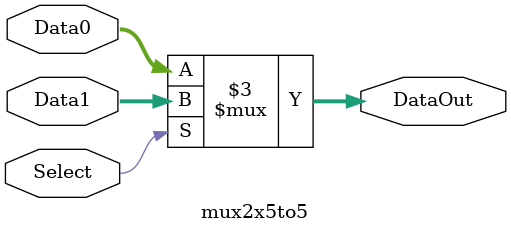
<source format=v>
module mux2x5to5( DataOut,Data0, Data1, Select);
output reg [4:0] DataOut; // Data Out
input [4:0] Data0, Data1; // Data In 1 and 2
input Select;
// neu Select = 0 thi DataOut = Data0
// nguoc lai thi DataOut = Data1
always @(*)
	if (Select) DataOut=Data1;
	else DataOut=Data0;

endmodule
</source>
